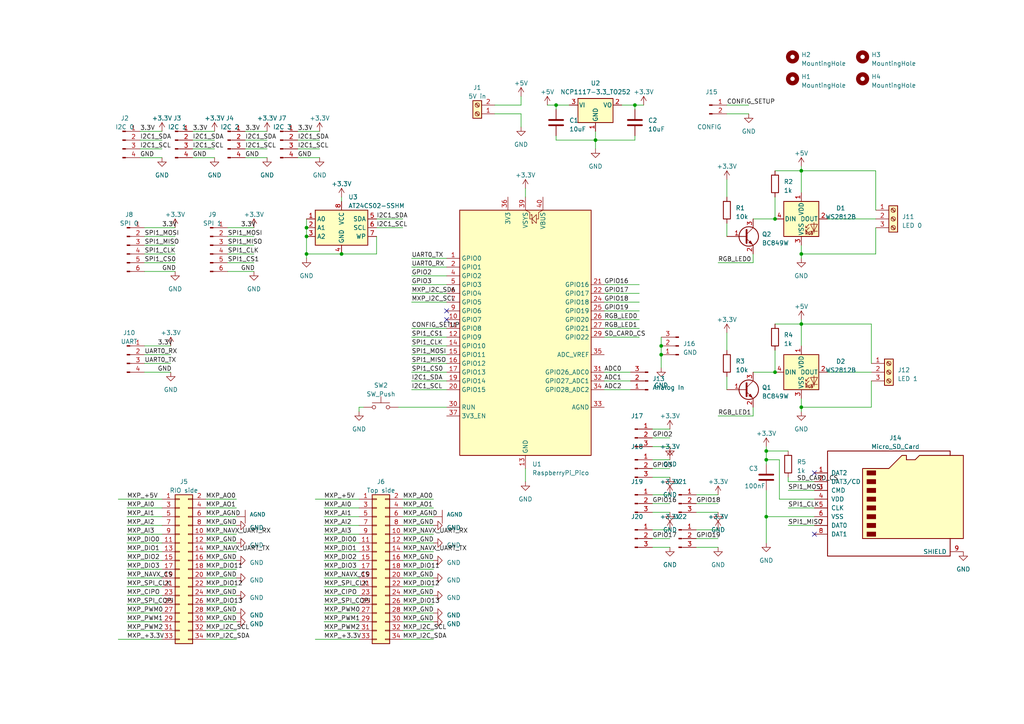
<source format=kicad_sch>
(kicad_sch (version 20230121) (generator eeschema)
  (paper "A4")
  (title_block (title "Team 5690 Peripheral Expansion Board") (date "2023-04-25") (rev "1.0") (comment 1 "Designed by Evan Rust"))
  (junction (at 88.9 73.66))
  (junction (at 191.77 100.33))
  (junction (at 222.25 149.86))
  (junction (at 184.15 30.48))
  (junction (at 232.41 73.66))
  (junction (at 224.79 107.95))
  (junction (at 232.41 118.11))
  (junction (at 222.25 130.81))
  (junction (at 161.29 30.48))
  (junction (at 232.41 49.53))
  (junction (at 99.06 73.66))
  (junction (at 88.9 66.04))
  (junction (at 222.25 133.35))
  (junction (at 232.41 93.98))
  (junction (at 88.9 68.58))
  (junction (at 191.77 102.87))
  (junction (at 224.79 63.5))
  (junction (at 172.72 40.64))
  (no_connect (at 236.22 154.94))
  (no_connect (at 236.22 137.16))
  (no_connect (at 129.54 92.71))
  (no_connect (at 129.54 90.17))
  (wire (pts (xy 210.82 96.52) (xy 210.82 101.6)))
  (wire (pts (xy 189.23 129.54) (xy 194.31 129.54)))
  (wire (pts (xy 189.23 158.75) (xy 194.31 158.75)))
  (wire (pts (xy 222.25 133.35) (xy 226.06 133.35)))
  (wire (pts (xy 71.12 38.1) (xy 77.47 38.1)))
  (wire (pts (xy 252.73 93.98) (xy 232.41 93.98)))
  (wire (pts (xy 59.69 152.4) (xy 68.58 152.4)))
  (wire (pts (xy 116.84 147.32) (xy 125.73 147.32)))
  (wire (pts (xy 109.22 68.58) (xy 109.22 73.66)))
  (wire (pts (xy 36.83 152.4) (xy 46.99 152.4)))
  (wire (pts (xy 66.04 68.58) (xy 73.66 68.58)))
  (wire (pts (xy 59.69 144.78) (xy 68.58 144.78)))
  (wire (pts (xy 99.06 57.15) (xy 99.06 58.42)))
  (wire (pts (xy 116.84 182.88) (xy 125.73 182.88)))
  (wire (pts (xy 175.26 90.17) (xy 185.42 90.17)))
  (wire (pts (xy 66.04 73.66) (xy 73.66 73.66)))
  (wire (pts (xy 116.84 167.64) (xy 125.73 167.64)))
  (wire (pts (xy 93.98 157.48) (xy 104.14 157.48)))
  (wire (pts (xy 59.69 170.18) (xy 68.58 170.18)))
  (wire (pts (xy 99.06 73.66) (xy 88.9 73.66)))
  (wire (pts (xy 88.9 66.04) (xy 88.9 68.58)))
  (wire (pts (xy 119.38 102.87) (xy 129.54 102.87)))
  (wire (pts (xy 36.83 170.18) (xy 46.99 170.18)))
  (wire (pts (xy 232.41 73.66) (xy 232.41 74.93)))
  (wire (pts (xy 66.04 78.74) (xy 73.66 78.74)))
  (wire (pts (xy 210.82 64.77) (xy 210.82 68.58)))
  (wire (pts (xy 151.13 27.94) (xy 151.13 30.48)))
  (wire (pts (xy 208.28 76.2) (xy 218.44 76.2)))
  (wire (pts (xy 201.93 143.51) (xy 208.28 143.51)))
  (wire (pts (xy 93.98 147.32) (xy 104.14 147.32)))
  (wire (pts (xy 222.25 149.86) (xy 222.25 157.48)))
  (wire (pts (xy 152.4 54.61) (xy 152.4 57.15)))
  (wire (pts (xy 71.12 45.72) (xy 77.47 45.72)))
  (wire (pts (xy 36.83 180.34) (xy 46.99 180.34)))
  (wire (pts (xy 175.26 87.63) (xy 185.42 87.63)))
  (wire (pts (xy 59.69 165.1) (xy 68.58 165.1)))
  (wire (pts (xy 115.57 118.11) (xy 129.54 118.11)))
  (wire (pts (xy 36.83 162.56) (xy 46.99 162.56)))
  (wire (pts (xy 116.84 172.72) (xy 125.73 172.72)))
  (wire (pts (xy 224.79 57.15) (xy 224.79 63.5)))
  (wire (pts (xy 86.36 45.72) (xy 92.71 45.72)))
  (wire (pts (xy 59.69 175.26) (xy 68.58 175.26)))
  (wire (pts (xy 184.15 39.37) (xy 184.15 40.64)))
  (wire (pts (xy 226.06 133.35) (xy 226.06 144.78)))
  (wire (pts (xy 201.93 153.67) (xy 208.28 153.67)))
  (wire (pts (xy 222.25 130.81) (xy 228.6 130.81)))
  (wire (pts (xy 104.14 118.11) (xy 105.41 118.11)))
  (wire (pts (xy 252.73 105.41) (xy 252.73 93.98)))
  (wire (pts (xy 191.77 100.33) (xy 191.77 102.87)))
  (wire (pts (xy 59.69 162.56) (xy 68.58 162.56)))
  (wire (pts (xy 55.88 45.72) (xy 62.23 45.72)))
  (wire (pts (xy 175.26 97.79) (xy 185.42 97.79)))
  (wire (pts (xy 116.84 152.4) (xy 125.73 152.4)))
  (wire (pts (xy 175.26 110.49) (xy 182.88 110.49)))
  (wire (pts (xy 116.84 157.48) (xy 125.73 157.48)))
  (wire (pts (xy 151.13 30.48) (xy 143.51 30.48)))
  (wire (pts (xy 119.38 87.63) (xy 129.54 87.63)))
  (wire (pts (xy 36.83 172.72) (xy 46.99 172.72)))
  (wire (pts (xy 161.29 39.37) (xy 161.29 40.64)))
  (wire (pts (xy 86.36 38.1) (xy 92.71 38.1)))
  (wire (pts (xy 93.98 170.18) (xy 104.14 170.18)))
  (wire (pts (xy 88.9 68.58) (xy 88.9 73.66)))
  (wire (pts (xy 189.23 146.05) (xy 194.31 146.05)))
  (wire (pts (xy 91.44 185.42) (xy 104.14 185.42)))
  (wire (pts (xy 210.82 33.02) (xy 217.17 33.02)))
  (wire (pts (xy 40.64 43.18) (xy 46.99 43.18)))
  (wire (pts (xy 36.83 177.8) (xy 46.99 177.8)))
  (wire (pts (xy 189.23 124.46) (xy 194.31 124.46)))
  (wire (pts (xy 93.98 172.72) (xy 104.14 172.72)))
  (wire (pts (xy 116.84 160.02) (xy 125.73 160.02)))
  (wire (pts (xy 36.83 149.86) (xy 46.99 149.86)))
  (wire (pts (xy 59.69 185.42) (xy 68.58 185.42)))
  (wire (pts (xy 232.41 73.66) (xy 254 73.66)))
  (wire (pts (xy 116.84 177.8) (xy 125.73 177.8)))
  (wire (pts (xy 189.23 153.67) (xy 194.31 153.67)))
  (wire (pts (xy 201.93 156.21) (xy 208.28 156.21)))
  (wire (pts (xy 99.06 73.66) (xy 109.22 73.66)))
  (wire (pts (xy 232.41 118.11) (xy 232.41 119.38)))
  (wire (pts (xy 222.25 129.54) (xy 222.25 130.81)))
  (wire (pts (xy 41.91 68.58) (xy 50.8 68.58)))
  (wire (pts (xy 93.98 162.56) (xy 104.14 162.56)))
  (wire (pts (xy 254 60.96) (xy 254 49.53)))
  (wire (pts (xy 119.38 80.01) (xy 129.54 80.01)))
  (wire (pts (xy 34.29 185.42) (xy 46.99 185.42)))
  (wire (pts (xy 59.69 182.88) (xy 68.58 182.88)))
  (wire (pts (xy 41.91 102.87) (xy 49.53 102.87)))
  (wire (pts (xy 254 66.04) (xy 254 73.66)))
  (wire (pts (xy 36.83 167.64) (xy 46.99 167.64)))
  (wire (pts (xy 218.44 107.95) (xy 224.79 107.95)))
  (wire (pts (xy 161.29 40.64) (xy 172.72 40.64)))
  (wire (pts (xy 93.98 152.4) (xy 104.14 152.4)))
  (wire (pts (xy 88.9 73.66) (xy 88.9 74.93)))
  (wire (pts (xy 116.84 144.78) (xy 125.73 144.78)))
  (wire (pts (xy 59.69 149.86) (xy 68.58 149.86)))
  (wire (pts (xy 104.14 119.38) (xy 104.14 118.11)))
  (wire (pts (xy 116.84 165.1) (xy 125.73 165.1)))
  (wire (pts (xy 93.98 154.94) (xy 104.14 154.94)))
  (wire (pts (xy 40.64 45.72) (xy 46.99 45.72)))
  (wire (pts (xy 189.23 127) (xy 194.31 127)))
  (wire (pts (xy 228.6 142.24) (xy 236.22 142.24)))
  (wire (pts (xy 228.6 139.7) (xy 236.22 139.7)))
  (wire (pts (xy 184.15 30.48) (xy 184.15 31.75)))
  (wire (pts (xy 116.84 180.34) (xy 125.73 180.34)))
  (wire (pts (xy 41.91 78.74) (xy 50.8 78.74)))
  (wire (pts (xy 232.41 48.26) (xy 232.41 49.53)))
  (wire (pts (xy 201.93 148.59) (xy 208.28 148.59)))
  (wire (pts (xy 93.98 167.64) (xy 104.14 167.64)))
  (wire (pts (xy 175.26 95.25) (xy 185.42 95.25)))
  (wire (pts (xy 55.88 43.18) (xy 62.23 43.18)))
  (wire (pts (xy 224.79 101.6) (xy 224.79 107.95)))
  (wire (pts (xy 161.29 31.75) (xy 161.29 30.48)))
  (wire (pts (xy 222.25 133.35) (xy 222.25 134.62)))
  (wire (pts (xy 66.04 66.04) (xy 73.66 66.04)))
  (wire (pts (xy 41.91 105.41) (xy 49.53 105.41)))
  (wire (pts (xy 119.38 77.47) (xy 129.54 77.47)))
  (wire (pts (xy 36.83 154.94) (xy 46.99 154.94)))
  (wire (pts (xy 201.93 158.75) (xy 208.28 158.75)))
  (wire (pts (xy 116.84 175.26) (xy 125.73 175.26)))
  (wire (pts (xy 151.13 36.83) (xy 151.13 33.02)))
  (wire (pts (xy 59.69 177.8) (xy 68.58 177.8)))
  (wire (pts (xy 119.38 82.55) (xy 129.54 82.55)))
  (wire (pts (xy 86.36 43.18) (xy 92.71 43.18)))
  (wire (pts (xy 119.38 107.95) (xy 129.54 107.95)))
  (wire (pts (xy 226.06 144.78) (xy 236.22 144.78)))
  (wire (pts (xy 208.28 120.65) (xy 218.44 120.65)))
  (wire (pts (xy 36.83 175.26) (xy 46.99 175.26)))
  (wire (pts (xy 232.41 118.11) (xy 252.73 118.11)))
  (wire (pts (xy 172.72 38.1) (xy 172.72 40.64)))
  (wire (pts (xy 36.83 147.32) (xy 46.99 147.32)))
  (wire (pts (xy 34.29 144.78) (xy 46.99 144.78)))
  (wire (pts (xy 116.84 170.18) (xy 125.73 170.18)))
  (wire (pts (xy 66.04 71.12) (xy 73.66 71.12)))
  (wire (pts (xy 59.69 157.48) (xy 68.58 157.48)))
  (wire (pts (xy 175.26 82.55) (xy 185.42 82.55)))
  (wire (pts (xy 180.34 30.48) (xy 184.15 30.48)))
  (wire (pts (xy 59.69 154.94) (xy 68.58 154.94)))
  (wire (pts (xy 40.64 40.64) (xy 46.99 40.64)))
  (wire (pts (xy 218.44 63.5) (xy 224.79 63.5)))
  (wire (pts (xy 172.72 40.64) (xy 172.72 43.18)))
  (wire (pts (xy 59.69 180.34) (xy 68.58 180.34)))
  (wire (pts (xy 189.23 138.43) (xy 194.31 138.43)))
  (wire (pts (xy 175.26 85.09) (xy 185.42 85.09)))
  (wire (pts (xy 119.38 110.49) (xy 129.54 110.49)))
  (wire (pts (xy 175.26 92.71) (xy 185.42 92.71)))
  (wire (pts (xy 93.98 149.86) (xy 104.14 149.86)))
  (wire (pts (xy 119.38 113.03) (xy 129.54 113.03)))
  (wire (pts (xy 71.12 43.18) (xy 77.47 43.18)))
  (wire (pts (xy 40.64 38.1) (xy 46.99 38.1)))
  (wire (pts (xy 152.4 135.89) (xy 152.4 139.7)))
  (wire (pts (xy 189.23 148.59) (xy 194.31 148.59)))
  (wire (pts (xy 189.23 135.89) (xy 194.31 135.89)))
  (wire (pts (xy 222.25 130.81) (xy 222.25 133.35)))
  (wire (pts (xy 88.9 63.5) (xy 88.9 66.04)))
  (wire (pts (xy 91.44 144.78) (xy 104.14 144.78)))
  (wire (pts (xy 228.6 147.32) (xy 236.22 147.32)))
  (wire (pts (xy 228.6 152.4) (xy 236.22 152.4)))
  (wire (pts (xy 218.44 118.11) (xy 218.44 120.65)))
  (wire (pts (xy 252.73 118.11) (xy 252.73 110.49)))
  (wire (pts (xy 222.25 149.86) (xy 236.22 149.86)))
  (wire (pts (xy 254 49.53) (xy 232.41 49.53)))
  (wire (pts (xy 86.36 40.64) (xy 92.71 40.64)))
  (wire (pts (xy 191.77 97.79) (xy 191.77 100.33)))
  (wire (pts (xy 119.38 97.79) (xy 129.54 97.79)))
  (wire (pts (xy 116.84 149.86) (xy 125.73 149.86)))
  (wire (pts (xy 189.23 156.21) (xy 194.31 156.21)))
  (wire (pts (xy 36.83 182.88) (xy 46.99 182.88)))
  (wire (pts (xy 116.84 185.42) (xy 125.73 185.42)))
  (wire (pts (xy 161.29 30.48) (xy 165.1 30.48)))
  (wire (pts (xy 116.84 162.56) (xy 125.73 162.56)))
  (wire (pts (xy 119.38 74.93) (xy 129.54 74.93)))
  (wire (pts (xy 172.72 40.64) (xy 184.15 40.64)))
  (wire (pts (xy 184.15 30.48) (xy 186.69 30.48)))
  (wire (pts (xy 71.12 40.64) (xy 77.47 40.64)))
  (wire (pts (xy 158.75 30.48) (xy 161.29 30.48)))
  (wire (pts (xy 93.98 165.1) (xy 104.14 165.1)))
  (wire (pts (xy 93.98 160.02) (xy 104.14 160.02)))
  (wire (pts (xy 41.91 71.12) (xy 50.8 71.12)))
  (wire (pts (xy 232.41 93.98) (xy 232.41 100.33)))
  (wire (pts (xy 210.82 52.07) (xy 210.82 57.15)))
  (wire (pts (xy 222.25 142.24) (xy 222.25 149.86)))
  (wire (pts (xy 189.23 143.51) (xy 194.31 143.51)))
  (wire (pts (xy 232.41 92.71) (xy 232.41 93.98)))
  (wire (pts (xy 210.82 109.22) (xy 210.82 113.03)))
  (wire (pts (xy 240.03 107.95) (xy 252.73 107.95)))
  (wire (pts (xy 59.69 160.02) (xy 68.58 160.02)))
  (wire (pts (xy 55.88 38.1) (xy 62.23 38.1)))
  (wire (pts (xy 119.38 95.25) (xy 129.54 95.25)))
  (wire (pts (xy 232.41 115.57) (xy 232.41 118.11)))
  (wire (pts (xy 93.98 177.8) (xy 104.14 177.8)))
  (wire (pts (xy 175.26 113.03) (xy 182.88 113.03)))
  (wire (pts (xy 41.91 107.95) (xy 49.53 107.95)))
  (wire (pts (xy 36.83 160.02) (xy 46.99 160.02)))
  (wire (pts (xy 240.03 63.5) (xy 254 63.5)))
  (wire (pts (xy 41.91 73.66) (xy 50.8 73.66)))
  (wire (pts (xy 59.69 172.72) (xy 68.58 172.72)))
  (wire (pts (xy 228.6 138.43) (xy 228.6 139.7)))
  (wire (pts (xy 175.26 107.95) (xy 182.88 107.95)))
  (wire (pts (xy 55.88 40.64) (xy 62.23 40.64)))
  (wire (pts (xy 41.91 76.2) (xy 50.8 76.2)))
  (wire (pts (xy 109.22 63.5) (xy 116.84 63.5)))
  (wire (pts (xy 119.38 85.09) (xy 129.54 85.09)))
  (wire (pts (xy 109.22 66.04) (xy 116.84 66.04)))
  (wire (pts (xy 66.04 76.2) (xy 73.66 76.2)))
  (wire (pts (xy 59.69 147.32) (xy 68.58 147.32)))
  (wire (pts (xy 119.38 105.41) (xy 129.54 105.41)))
  (wire (pts (xy 116.84 154.94) (xy 125.73 154.94)))
  (wire (pts (xy 224.79 49.53) (xy 232.41 49.53)))
  (wire (pts (xy 232.41 71.12) (xy 232.41 73.66)))
  (wire (pts (xy 36.83 157.48) (xy 46.99 157.48)))
  (wire (pts (xy 41.91 100.33) (xy 49.53 100.33)))
  (wire (pts (xy 36.83 165.1) (xy 46.99 165.1)))
  (wire (pts (xy 151.13 33.02) (xy 143.51 33.02)))
  (wire (pts (xy 93.98 180.34) (xy 104.14 180.34)))
  (wire (pts (xy 232.41 49.53) (xy 232.41 55.88)))
  (wire (pts (xy 189.23 133.35) (xy 194.31 133.35)))
  (wire (pts (xy 93.98 182.88) (xy 104.14 182.88)))
  (wire (pts (xy 210.82 30.48) (xy 217.17 30.48)))
  (wire (pts (xy 224.79 93.98) (xy 232.41 93.98)))
  (wire (pts (xy 191.77 102.87) (xy 191.77 106.68)))
  (wire (pts (xy 218.44 73.66) (xy 218.44 76.2)))
  (wire (pts (xy 41.91 66.04) (xy 50.8 66.04)))
  (wire (pts (xy 93.98 175.26) (xy 104.14 175.26)))
  (wire (pts (xy 201.93 146.05) (xy 208.28 146.05)))
  (wire (pts (xy 119.38 100.33) (xy 129.54 100.33)))
  (wire (pts (xy 59.69 167.64) (xy 68.58 167.64)))
  (label "MXP_AI3" (at 93.98 154.94 0))
  (label "MXP_I2C_SCL" (at 59.69 182.88 0))
  (label "SPI1_CS0" (at 41.91 76.2 0))
  (label "MXP_SPI_CLK" (at 36.83 170.18 0))
  (label "UART0_RX" (at 41.91 102.87 0))
  (label "I2C1_SDA" (at 119.38 110.49 0))
  (label "MXP_AI2" (at 93.98 152.4 0))
  (label "MXP_GND" (at 59.69 152.4 0))
  (label "MXP_DIO1" (at 93.98 160.02 0))
  (label "GPIO18" (at 175.26 87.63 0))
  (label "GPIO16" (at 175.26 82.55 0))
  (label "SPI1_MOSI" (at 41.91 68.58 0))
  (label "MXP_GND" (at 116.84 172.72 0))
  (label "MXP_DIO13" (at 116.84 175.26 0))
  (label "I2C1_SCL" (at 119.38 113.03 0))
  (label "GPIO17" (at 175.26 85.09 0))
  (label "MXP_DIO3" (at 93.98 165.1 0))
  (label "MXP_GND" (at 59.69 172.72 0))
  (label "MXP_GND" (at 59.69 177.8 0))
  (label "SPI1_MOSI" (at 119.38 102.87 0))
  (label "CONFIG_SETUP" (at 119.38 95.25 0))
  (label "MXP_AI2" (at 36.83 152.4 0))
  (label "SPI1_CLK" (at 119.38 100.33 0))
  (label "MXP_GND" (at 116.84 167.64 0))
  (label "MXP_GND" (at 116.84 180.34 0))
  (label "MXP_+5V" (at 36.83 144.78 0))
  (label "MXP_DIO1" (at 36.83 160.02 0))
  (label "MXP_I2C_SCL" (at 119.38 87.63 0))
  (label "GND" (at 46.99 78.74 0))
  (label "SD_CARD_CS" (at 231.14 139.7 0))
  (label "MXP_AI1" (at 93.98 149.86 0))
  (label "MXP_DIO0" (at 36.83 157.48 0))
  (label "MXP_PWM0" (at 36.83 177.8 0))
  (label "MXP_AGND" (at 116.84 149.86 0))
  (label "GPIO17" (at 189.23 156.21 0))
  (label "MXP_GND" (at 59.69 180.34 0))
  (label "RGB_LED0" (at 208.28 76.2 0))
  (label "MXP_DIO12" (at 59.69 170.18 0))
  (label "3.3V" (at 86.36 38.1 0))
  (label "I2C1_SDA" (at 71.12 40.64 0))
  (label "SPI1_CLK" (at 228.6 147.32 0))
  (label "MXP_GND" (at 59.69 162.56 0))
  (label "3.3V" (at 69.85 66.04 0))
  (label "MXP_GND" (at 116.84 162.56 0))
  (label "GND" (at 40.64 45.72 0))
  (label "SPI1_MOSI" (at 66.04 68.58 0))
  (label "I2C1_SCL" (at 71.12 43.18 0))
  (label "GPIO16" (at 189.23 146.05 0))
  (label "SD_CARD_CS" (at 175.26 97.79 0))
  (label "SPI1_MISO" (at 228.6 152.4 0))
  (label "MXP_CIPO" (at 93.98 172.72 0))
  (label "MXP_NAVX_CS" (at 93.98 167.64 0))
  (label "MXP_GND" (at 116.84 152.4 0))
  (label "SPI1_CS1" (at 66.04 76.2 0))
  (label "MXP_PWM2" (at 93.98 182.88 0))
  (label "GPIO2" (at 119.38 80.01 0))
  (label "MXP_+3.3V" (at 93.98 185.42 0))
  (label "MXP_DIO2" (at 93.98 162.56 0))
  (label "MXP_PWM1" (at 36.83 180.34 0))
  (label "MXP_SPI_CLK" (at 93.98 170.18 0))
  (label "SPI1_MISO" (at 66.04 71.12 0))
  (label "SPI1_CS0" (at 119.38 107.95 0))
  (label "3.3V" (at 46.99 66.04 0))
  (label "GND" (at 69.85 78.74 0))
  (label "MXP_CIPO" (at 36.83 172.72 0))
  (label "GPIO3" (at 119.38 82.55 0))
  (label "MXP_AO1" (at 116.84 147.32 0))
  (label "MXP_NAVX_UART_TX" (at 116.84 160.02 0))
  (label "GND" (at 45.72 107.95 0))
  (label "GND" (at 71.12 45.72 0))
  (label "I2C1_SCL" (at 86.36 43.18 0))
  (label "MXP_GND" (at 116.84 177.8 0))
  (label "ADC1" (at 175.26 110.49 0))
  (label "RGB_LED0" (at 175.26 92.71 0))
  (label "MXP_I2C_SCL" (at 116.84 182.88 0))
  (label "MXP_I2C_SDA" (at 119.38 85.09 0))
  (label "I2C1_SDA" (at 109.22 63.5 0))
  (label "SPI1_MISO" (at 41.91 71.12 0))
  (label "MXP_I2C_SDA" (at 59.69 185.42 0))
  (label "UART0_TX" (at 41.91 105.41 0))
  (label "MXP_SPI_COPI" (at 93.98 175.26 0))
  (label "MXP_GND" (at 59.69 167.64 0))
  (label "MXP_DIO13" (at 59.69 175.26 0))
  (label "SPI1_MISO" (at 119.38 105.41 0))
  (label "GPIO2" (at 189.23 127 0))
  (label "I2C1_SCL" (at 55.88 43.18 0))
  (label "MXP_NAVX_UART_TX" (at 59.69 160.02 0))
  (label "3.3V" (at 45.72 100.33 0))
  (label "MXP_AO0" (at 116.84 144.78 0))
  (label "MXP_SPI_COPI" (at 36.83 175.26 0))
  (label "MXP_+5V" (at 93.98 144.78 0))
  (label "3.3V" (at 40.64 38.1 0))
  (label "MXP_AO0" (at 59.69 144.78 0))
  (label "UART0_RX" (at 119.38 77.47 0))
  (label "SPI1_MOSI" (at 228.6 142.24 0))
  (label "SPI1_CS1" (at 119.38 97.79 0))
  (label "MXP_AI0" (at 93.98 147.32 0))
  (label "GPIO19" (at 201.93 156.21 0))
  (label "I2C1_SDA" (at 86.36 40.64 0))
  (label "MXP_GND" (at 116.84 157.48 0))
  (label "MXP_DIO11" (at 59.69 165.1 0))
  (label "I2C1_SDA" (at 55.88 40.64 0))
  (label "MXP_DIO2" (at 36.83 162.56 0))
  (label "SPI1_CLK" (at 66.04 73.66 0))
  (label "MXP_PWM1" (at 93.98 180.34 0))
  (label "MXP_DIO12" (at 116.84 170.18 0))
  (label "MXP_AI3" (at 36.83 154.94 0))
  (label "MXP_AI0" (at 36.83 147.32 0))
  (label "GPIO19" (at 175.26 90.17 0))
  (label "MXP_NAVX_CS" (at 36.83 167.64 0))
  (label "GPIO18" (at 201.93 146.05 0))
  (label "MXP_NAVX_UART_RX" (at 116.84 154.94 0))
  (label "CONFIG_SETUP" (at 210.82 30.48 0))
  (label "SPI1_CLK" (at 41.91 73.66 0))
  (label "ADC2" (at 175.26 113.03 0))
  (label "MXP_DIO11" (at 116.84 165.1 0))
  (label "MXP_AI1" (at 36.83 149.86 0))
  (label "MXP_I2C_SDA" (at 116.84 185.42 0))
  (label "MXP_+3.3V" (at 36.83 185.42 0))
  (label "ADC0" (at 175.26 107.95 0))
  (label "I2C1_SDA" (at 40.64 40.64 0))
  (label "MXP_GND" (at 59.69 157.48 0))
  (label "RGB_LED1" (at 208.28 120.65 0))
  (label "MXP_DIO0" (at 93.98 157.48 0))
  (label "MXP_PWM0" (at 93.98 177.8 0))
  (label "MXP_NAVX_UART_RX" (at 59.69 154.94 0))
  (label "RGB_LED1" (at 175.26 95.25 0))
  (label "I2C1_SCL" (at 109.22 66.04 0))
  (label "GPIO3" (at 189.23 135.89 0))
  (label "MXP_DIO3" (at 36.83 165.1 0))
  (label "GND" (at 86.36 45.72 0))
  (label "UART0_TX" (at 119.38 74.93 0))
  (label "MXP_PWM2" (at 36.83 182.88 0))
  (label "3.3V" (at 55.88 38.1 0))
  (label "MXP_AO1" (at 59.69 147.32 0))
  (label "I2C1_SCL" (at 40.64 43.18 0))
  (label "3.3V" (at 71.12 38.1 0))
  (label "MXP_AGND" (at 59.69 149.86 0))
  (label "GND" (at 55.88 45.72 0))
  (symbol (lib_id "power:+3.3V") (at 62.23 38.1 0) (unit 1)
    (property "Reference" "#PWR025" (effects hide))
    (property "Value" "+3.3V" (at 62.23 34.29 0))
  )
  (symbol (lib_id "Connector:Conn_01x04_Pin") (at 50.8 40.64 0) (unit 1)
    (property "Reference" "J3" (at 51.435 34.29 0))
    (property "Value" "I2C 1" (at 51.435 36.83 0))
    (property "Footprint" "Connector_PinHeader_2.54mm:PinHeader_1x04_P2.54mm_Vertical" (effects hide))
  )
  (symbol (lib_id "power:+3.3V") (at 46.99 38.1 0) (unit 1)
    (property "Reference" "#PWR024" (effects hide))
    (property "Value" "+3.3V" (at 46.99 34.29 0))
  )
  (symbol (lib_id "Mechanical:MountingHole") (at 229.87 22.86 0) (unit 1)
    (property "Reference" "H1" (at 232.41 22.225 0) (effects (justify left)))
    (property "Value" "MountingHole" (at 232.41 24.765 0) (effects (justify left)))
    (property "Footprint" "MountingHole:MountingHole_3.2mm_M3_DIN965_Pad" (effects hide))
  )
  (symbol (lib_id "Connector:Conn_01x04_Pin") (at 36.83 102.87 0) (unit 1)
    (property "Reference" "J10" (at 37.465 96.52 0))
    (property "Value" "UART" (at 37.465 99.06 0))
    (property "Footprint" "Connector_PinHeader_2.54mm:PinHeader_1x04_P2.54mm_Vertical" (effects hide))
  )
  (symbol (lib_id "power:GND") (at 125.73 177.8 90) (unit 1)
    (property "Reference" "#PWR017" (effects hide))
    (property "Value" "GND" (at 129.54 178.435 90) (effects (justify right)))
  )
  (symbol (lib_id "power:+3.3V") (at 208.28 143.51 0) (unit 1)
    (property "Reference" "#PWR055" (effects hide))
    (property "Value" "+3.3V" (at 208.28 139.7 0))
  )
  (symbol (lib_id "Connector:Screw_Terminal_01x03") (at 257.81 107.95 0) (unit 1)
    (property "Reference" "J12" (at 260.35 107.315 0) (effects (justify left)))
    (property "Value" "LED 1" (at 260.35 109.855 0) (effects (justify left)))
    (property "Footprint" "TerminalBlock:TerminalBlock_Altech_AK300-3_P5.00mm" (effects hide))
  )
  (symbol (lib_id "power:+3.3V") (at 194.31 133.35 0) (unit 1)
    (property "Reference" "#PWR053" (effects hide))
    (property "Value" "+3.3V" (at 194.31 129.54 0))
  )
  (symbol (lib_id "power:GND") (at 208.28 148.59 0) (unit 1)
    (property "Reference" "#PWR049" (effects hide))
    (property "Value" "GND" (at 208.28 153.67 0))
  )
  (symbol (lib_id "power:GND") (at 46.99 45.72 0) (unit 1)
    (property "Reference" "#PWR030" (effects hide))
    (property "Value" "GND" (at 46.99 50.8 0))
  )
  (symbol (lib_id "Connector:Conn_01x02_Pin") (at 205.74 30.48 0) (unit 1)
    (property "Reference" "J15" (at 206.375 26.67 0))
    (property "Value" "CONFIG" (at 205.74 36.83 0))
    (property "Footprint" "Connector_PinHeader_2.54mm:PinHeader_1x02_P2.54mm_Vertical" (effects hide))
  )
  (symbol (lib_id "Connector:Conn_01x03_Pin") (at 196.85 146.05 0) (unit 1)
    (property "Reference" "J21" (at 197.485 139.7 0))
    (property "Value" "Conn_01x03_Pin" (effects hide))
    (property "Footprint" "Connector_PinHeader_2.54mm:PinHeader_1x03_P2.54mm_Vertical" (effects hide))
  )
  (symbol (lib_id "power:+3.3V") (at 73.66 66.04 0) (unit 1)
    (property "Reference" "#PWR020" (effects hide))
    (property "Value" "+3.3V" (at 73.66 62.23 0))
  )
  (symbol (lib_id "Connector:Conn_01x04_Pin") (at 35.56 40.64 0) (unit 1)
    (property "Reference" "J2" (at 36.195 34.29 0))
    (property "Value" "I2C 0" (at 36.195 36.83 0))
    (property "Footprint" "Connector_PinHeader_2.54mm:PinHeader_1x04_P2.54mm_Vertical" (effects hide))
  )
  (symbol (lib_id "Device:R") (at 210.82 105.41 0) (unit 1)
    (property "Reference" "R3" (at 213.36 104.775 0) (effects (justify left)))
    (property "Value" "10k" (at 213.36 107.315 0) (effects (justify left)))
    (property "Footprint" "Resistor_SMD:R_0603_1608Metric" (effects hide))
  )
  (symbol (lib_id "power:+5V") (at 158.75 30.48 0) (unit 1)
    (property "Reference" "#PWR044" (effects hide))
    (property "Value" "+5V" (at 158.75 26.67 0))
  )
  (symbol (lib_id "Switch:SW_Push") (at 110.49 118.11 0) (unit 1)
    (property "Reference" "SW2" (at 110.49 111.76 0))
    (property "Value" "SW_Push" (at 110.49 114.3 0))
    (property "Footprint" "Button_Switch_THT:SW_PUSH_6mm" (effects hide))
  )
  (symbol (lib_id "power:GND") (at 68.58 177.8 90) (unit 1)
    (property "Reference" "#PWR04" (effects hide))
    (property "Value" "GND" (at 72.39 178.435 90) (effects (justify right)))
  )
  (symbol (lib_id "power:GND") (at 68.58 172.72 90) (unit 1)
    (property "Reference" "#PWR05" (effects hide))
    (property "Value" "GND" (at 72.39 173.355 90) (effects (justify right)))
  )
  (symbol (lib_id "power:GND") (at 191.77 106.68 0) (unit 1)
    (property "Reference" "#PWR061" (effects hide))
    (property "Value" "GND" (at 191.77 111.76 0))
  )
  (symbol (lib_id "power:GND") (at 68.58 167.64 90) (unit 1)
    (property "Reference" "#PWR06" (effects hide))
    (property "Value" "GND" (at 72.39 168.275 90) (effects (justify right)))
  )
  (symbol (lib_id "power:GND") (at 49.53 107.95 0) (unit 1)
    (property "Reference" "#PWR032" (effects hide))
    (property "Value" "GND" (at 49.53 113.03 0))
  )
  (symbol (lib_id "power:GND") (at 68.58 152.4 90) (unit 1)
    (property "Reference" "#PWR09" (effects hide))
    (property "Value" "GND" (at 72.39 153.035 90) (effects (justify right)))
  )
  (symbol (lib_id "Connector:Conn_01x06_Pin") (at 36.83 71.12 0) (unit 1)
    (property "Reference" "J8" (at 37.465 62.23 0))
    (property "Value" "SPI 0" (at 37.465 64.77 0))
    (property "Footprint" "Connector_PinHeader_2.54mm:PinHeader_1x06_P2.54mm_Vertical" (effects hide))
  )
  (symbol (lib_id "Device:C") (at 161.29 35.56 0) (unit 1)
    (property "Reference" "C1" (at 165.1 34.925 0) (effects (justify left)))
    (property "Value" "10uF" (at 165.1 37.465 0) (effects (justify left)))
    (property "Footprint" "Capacitor_SMD:C_0603_1608Metric" (effects hide))
  )
  (symbol (lib_id "power:GND") (at 222.25 157.48 0) (unit 1)
    (property "Reference" "#PWR02" (effects hide))
    (property "Value" "GND" (at 222.25 162.56 0))
  )
  (symbol (lib_id "MCU_Module_RaspberryPi_Pico:RaspberryPi_Pico") (at 152.4 97.79 0) (unit 1)
    (property "Reference" "U1" (at 154.3559 134.62 0) (effects (justify left)))
    (property "Value" "RaspberryPi_Pico" (at 154.3559 137.16 0) (effects (justify left)))
    (property "Footprint" "Module_RaspberryPi_Pico:RaspberryPi_Pico_Common" (effects hide))
    (property "Datasheet" "https://datasheets.raspberrypi.com/pico/pico-datasheet.pdf" (effects hide))
  )
  (symbol (lib_id "Device:R") (at 224.79 97.79 0) (unit 1)
    (property "Reference" "R4" (at 227.33 97.155 0) (effects (justify left)))
    (property "Value" "1k" (at 227.33 99.695 0) (effects (justify left)))
    (property "Footprint" "Resistor_SMD:R_0603_1608Metric" (effects hide))
  )
  (symbol (lib_id "LED:WS2812B") (at 232.41 63.5 0) (unit 1)
    (property "Reference" "D1" (at 243.84 60.3759 0))
    (property "Value" "WS2812B" (at 243.84 62.9159 0))
    (property "Footprint" "LED_SMD:LED_WS2812B_PLCC4_5.0x5.0mm_P3.2mm" (effects hide))
    (property "Datasheet" "https://cdn-shop.adafruit.com/datasheets/WS2812B.pdf" (effects hide))
  )
  (symbol (lib_id "Connector:Conn_01x03_Pin") (at 184.15 127 0) (unit 1)
    (property "Reference" "J17" (at 184.785 120.65 0))
    (property "Value" "Conn_01x03_Pin" (effects hide))
    (property "Footprint" "Connector_PinHeader_2.54mm:PinHeader_1x03_P2.54mm_Vertical" (effects hide))
  )
  (symbol (lib_id "power:GND") (at 125.73 157.48 90) (unit 1)
    (property "Reference" "#PWR013" (effects hide))
    (property "Value" "GND" (at 129.54 158.115 90) (effects (justify right)))
  )
  (symbol (lib_id "Connector:Conn_01x03_Pin") (at 187.96 110.49 180) (unit 1)
    (property "Reference" "J13" (at 189.23 109.855 0) (effects (justify right)))
    (property "Value" "Analog In" (at 189.23 112.395 0) (effects (justify right)))
    (property "Footprint" "Connector_PinHeader_2.54mm:PinHeader_1x03_P2.54mm_Vertical" (effects hide))
  )
  (symbol (lib_id "power:GND") (at 77.47 45.72 0) (unit 1)
    (property "Reference" "#PWR028" (effects hide))
    (property "Value" "GND" (at 77.47 50.8 0))
  )
  (symbol (lib_id "Connector:Conn_01x03_Pin") (at 184.15 156.21 0) (unit 1)
    (property "Reference" "J20" (at 184.785 149.86 0))
    (property "Value" "Conn_01x03_Pin" (effects hide))
    (property "Footprint" "Connector_PinHeader_2.54mm:PinHeader_1x03_P2.54mm_Vertical" (effects hide))
  )
  (symbol (lib_id "Connector:Conn_01x03_Pin") (at 196.85 100.33 180) (unit 1)
    (property "Reference" "J16" (at 198.12 99.695 0) (effects (justify right)))
    (property "Value" "GND" (at 198.12 102.235 0) (effects (justify right)))
    (property "Footprint" "Connector_PinHeader_2.54mm:PinHeader_1x03_P2.54mm_Vertical" (effects hide))
  )
  (symbol (lib_id "power:GND") (at 151.13 36.83 0) (unit 1)
    (property "Reference" "#PWR042" (effects hide))
    (property "Value" "GND" (at 151.13 41.91 0))
  )
  (symbol (lib_id "Connector:Conn_01x04_Pin") (at 66.04 40.64 0) (unit 1)
    (property "Reference" "J4" (at 66.675 34.29 0))
    (property "Value" "I2C 2" (at 66.675 36.83 0))
    (property "Footprint" "Connector_PinHeader_2.54mm:PinHeader_1x04_P2.54mm_Vertical" (effects hide))
  )
  (symbol (lib_id "power:GND") (at 194.31 148.59 0) (unit 1)
    (property "Reference" "#PWR048" (effects hide))
    (property "Value" "GND" (at 194.31 153.67 0))
  )
  (symbol (lib_id "Device:C") (at 222.25 138.43 0) (unit 1)
    (property "Reference" "C3" (at 217.17 135.89 0) (effects (justify left)))
    (property "Value" "100nF" (at 215.9 140.97 0) (effects (justify left)))
    (property "Footprint" "Capacitor_SMD:C_0603_1608Metric" (effects hide))
  )
  (symbol (lib_id "power:+3.3V") (at 210.82 96.52 0) (unit 1)
    (property "Reference" "#PWR037" (effects hide))
    (property "Value" "+3.3V" (at 210.82 92.71 0))
  )
  (symbol (lib_id "Connector_Generic:Conn_02x17_Odd_Even") (at 52.07 165.1 0) (unit 1)
    (property "Reference" "J5" (at 53.34 139.7 0))
    (property "Value" "RIO side" (at 53.34 142.24 0))
    (property "Footprint" "Connector_PinSocket_2.54mm:PinSocket_2x17_P2.54mm_Vertical" (effects hide))
  )
  (symbol (lib_id "Mechanical:MountingHole") (at 250.19 16.51 0) (unit 1)
    (property "Reference" "H3" (at 252.73 15.875 0) (effects (justify left)))
    (property "Value" "MountingHole" (at 252.73 18.415 0) (effects (justify left)))
    (property "Footprint" "MountingHole:MountingHole_3.2mm_M3_DIN965_Pad" (effects hide))
  )
  (symbol (lib_id "power:GND") (at 125.73 162.56 90) (unit 1)
    (property "Reference" "#PWR014" (effects hide))
    (property "Value" "GND" (at 129.54 163.195 90) (effects (justify right)))
  )
  (symbol (lib_id "power:+3.3V") (at 152.4 54.61 0) (unit 1)
    (property "Reference" "#PWR047" (effects hide))
    (property "Value" "+3.3V" (at 152.4 50.8 0))
  )
  (symbol (lib_id "power:GND") (at 62.23 45.72 0) (unit 1)
    (property "Reference" "#PWR029" (effects hide))
    (property "Value" "GND" (at 62.23 50.8 0))
  )
  (symbol (lib_id "power:+3.3V") (at 194.31 153.67 0) (unit 1)
    (property "Reference" "#PWR057" (effects hide))
    (property "Value" "+3.3V" (at 194.31 149.86 0))
  )
  (symbol (lib_id "power:+5V") (at 232.41 92.71 0) (unit 1)
    (property "Reference" "#PWR038" (effects hide))
    (property "Value" "+5V" (at 232.41 88.9 0))
  )
  (symbol (lib_id "power:GND") (at 68.58 180.34 90) (unit 1)
    (property "Reference" "#PWR03" (effects hide))
    (property "Value" "GND" (at 72.39 180.975 90) (effects (justify right)))
  )
  (symbol (lib_id "power:GND") (at 104.14 119.38 0) (unit 1)
    (property "Reference" "#PWR046" (effects hide))
    (property "Value" "GND" (at 104.14 124.46 0))
  )
  (symbol (lib_id "power:+3.3V") (at 210.82 52.07 0) (unit 1)
    (property "Reference" "#PWR036" (effects hide))
    (property "Value" "+3.3V" (at 210.82 48.26 0))
  )
  (symbol (lib_id "Connector:Conn_01x06_Pin") (at 60.96 71.12 0) (unit 1)
    (property "Reference" "J9" (at 61.595 62.23 0))
    (property "Value" "SPI 1" (at 61.595 64.77 0))
    (property "Footprint" "Connector_PinHeader_2.54mm:PinHeader_1x06_P2.54mm_Vertical" (effects hide))
  )
  (symbol (lib_id "Regulator_Linear:NCP1117-3.3_TO252") (at 172.72 30.48 0) (unit 1)
    (property "Reference" "U2" (at 172.72 24.13 0))
    (property "Value" "NCP1117-3.3_TO252" (at 172.72 26.67 0))
    (property "Footprint" "Package_TO_SOT_SMD:TO-252-2" (effects hide))
    (property "Datasheet" "http://www.onsemi.com/pub_link/Collateral/NCP1117-D.PDF" (effects hide))
  )
  (symbol (lib_id "power:GND") (at 125.73 180.34 90) (unit 1)
    (property "Reference" "#PWR018" (effects hide))
    (property "Value" "GND" (at 129.54 180.975 90) (effects (justify right)))
  )
  (symbol (lib_id "Connector_Generic:Conn_02x17_Odd_Even") (at 109.22 165.1 0) (unit 1)
    (property "Reference" "J6" (at 110.49 139.7 0))
    (property "Value" "Top side" (at 110.49 142.24 0))
    (property "Footprint" "Connector_PinHeader_2.54mm:PinHeader_2x17_P2.54mm_Vertical" (effects hide))
  )
  (symbol (lib_id "power:GND") (at 50.8 78.74 0) (unit 1)
    (property "Reference" "#PWR021" (effects hide))
    (property "Value" "GND" (at 50.8 83.82 0))
  )
  (symbol (lib_id "power:+3.3V") (at 92.71 38.1 0) (unit 1)
    (property "Reference" "#PWR027" (effects hide))
    (property "Value" "+3.3V" (at 92.71 34.29 0))
  )
  (symbol (lib_id "SparkFun-PowerSymbols:AGND") (at 68.58 149.86 90) (unit 1)
    (property "Reference" "#M01" (effects hide))
    (property "Value" "AGND" (at 72.39 149.225 90) (effects (font (size 1.143 1.143)) (justify right)))
    (property "Footprint" "XXX-00000" (effects hide))
  )
  (symbol (lib_id "power:GND") (at 88.9 74.93 0) (unit 1)
    (property "Reference" "#PWR060" (effects hide))
    (property "Value" "GND" (at 88.9 80.01 0))
  )
  (symbol (lib_id "Transistor_BJT:BC849W") (at 215.9 113.03 0) (unit 1)
    (property "Reference" "Q1" (at 220.98 112.395 0) (effects (justify left)))
    (property "Value" "BC849W" (at 220.98 114.935 0) (effects (justify left)))
    (property "Footprint" "Package_TO_SOT_SMD:SOT-323_SC-70" (effects hide))
    (property "Datasheet" "http://www.infineon.com/dgdl/Infineon-BC847SERIES_BC848SERIES_BC849SERIES_BC850SERIES-DS-v01_01-en.pdf?fileId=db3a304314dca389011541d4630a1657" (effects hide))
  )
  (symbol (lib_id "Mechanical:MountingHole") (at 229.87 16.51 0) (unit 1)
    (property "Reference" "H2" (at 232.41 15.875 0) (effects (justify left)))
    (property "Value" "MountingHole" (at 232.41 18.415 0) (effects (justify left)))
    (property "Footprint" "MountingHole:MountingHole_3.2mm_M3_DIN965_Pad" (effects hide))
  )
  (symbol (lib_id "power:GND") (at 194.31 138.43 0) (unit 1)
    (property "Reference" "#PWR011" (effects hide))
    (property "Value" "GND" (at 194.31 143.51 0))
  )
  (symbol (lib_id "power:+3.3V") (at 77.47 38.1 0) (unit 1)
    (property "Reference" "#PWR026" (effects hide))
    (property "Value" "+3.3V" (at 77.47 34.29 0))
  )
  (symbol (lib_id "Transistor_BJT:BC849W") (at 215.9 68.58 0) (unit 1)
    (property "Reference" "Q2" (at 220.98 67.945 0) (effects (justify left)))
    (property "Value" "BC849W" (at 220.98 70.485 0) (effects (justify left)))
    (property "Footprint" "Package_TO_SOT_SMD:SOT-323_SC-70" (effects hide))
    (property "Datasheet" "http://www.infineon.com/dgdl/Infineon-BC847SERIES_BC848SERIES_BC849SERIES_BC850SERIES-DS-v01_01-en.pdf?fileId=db3a304314dca389011541d4630a1657" (effects hide))
  )
  (symbol (lib_id "Connector:Micro_SD_Card") (at 259.08 144.78 0) (unit 1)
    (property "Reference" "J14" (at 259.715 127 0))
    (property "Value" "Micro_SD_Card" (at 259.715 129.54 0))
    (property "Footprint" "Connector_Card:microSD_HC_Hirose_DM3BT-DSF-PEJS" (effects hide))
    (property "Datasheet" "http://katalog.we-online.de/em/datasheet/693072010801.pdf" (effects hide))
  )
  (symbol (lib_id "Connector:Conn_01x04_Pin") (at 81.28 40.64 0) (unit 1)
    (property "Reference" "J7" (at 81.915 34.29 0))
    (property "Value" "I2C 3" (at 81.915 36.83 0))
    (property "Footprint" "Connector_PinHeader_2.54mm:PinHeader_1x04_P2.54mm_Vertical" (effects hide))
  )
  (symbol (lib_id "power:GND") (at 92.71 45.72 0) (unit 1)
    (property "Reference" "#PWR031" (effects hide))
    (property "Value" "GND" (at 92.71 50.8 0))
  )
  (symbol (lib_id "LED:WS2812B") (at 232.41 107.95 0) (unit 1)
    (property "Reference" "D2" (at 243.84 104.8259 0))
    (property "Value" "WS2812B" (at 243.84 107.3659 0))
    (property "Footprint" "LED_SMD:LED_WS2812B_PLCC4_5.0x5.0mm_P3.2mm" (effects hide))
    (property "Datasheet" "https://cdn-shop.adafruit.com/datasheets/WS2812B.pdf" (effects hide))
  )
  (symbol (lib_id "power:+3.3V") (at 99.06 57.15 0) (unit 1)
    (property "Reference" "#PWR059" (effects hide))
    (property "Value" "+3.3V" (at 99.06 53.34 0))
  )
  (symbol (lib_id "Connector:Screw_Terminal_01x02") (at 138.43 33.02 180) (unit 1)
    (property "Reference" "J1" (at 138.43 25.4 0))
    (property "Value" "5V in" (at 138.43 27.94 0))
    (property "Footprint" "TerminalBlock:TerminalBlock_bornier-2_P5.08mm" (effects hide))
  )
  (symbol (lib_id "Device:R") (at 224.79 53.34 0) (unit 1)
    (property "Reference" "R2" (at 227.33 52.705 0) (effects (justify left)))
    (property "Value" "1k" (at 227.33 55.245 0) (effects (justify left)))
    (property "Footprint" "Resistor_SMD:R_0603_1608Metric" (effects hide))
  )
  (symbol (lib_id "power:+3.3V") (at 186.69 30.48 0) (unit 1)
    (property "Reference" "#PWR045" (effects hide))
    (property "Value" "+3.3V" (at 186.69 26.67 0))
  )
  (symbol (lib_id "power:+3.3V") (at 222.25 129.54 0) (unit 1)
    (property "Reference" "#PWR01" (effects hide))
    (property "Value" "+3.3V" (at 222.25 125.73 0))
  )
  (symbol (lib_id "power:GND") (at 232.41 119.38 0) (unit 1)
    (property "Reference" "#PWR039" (effects hide))
    (property "Value" "GND" (at 232.41 124.46 0))
  )
  (symbol (lib_id "power:+5V") (at 151.13 27.94 0) (unit 1)
    (property "Reference" "#PWR043" (effects hide))
    (property "Value" "+5V" (at 151.13 24.13 0))
  )
  (symbol (lib_id "Connector:Conn_01x03_Pin") (at 184.15 146.05 0) (unit 1)
    (property "Reference" "J19" (at 184.785 139.7 0))
    (property "Value" "Conn_01x03_Pin" (effects hide))
    (property "Footprint" "Connector_PinHeader_2.54mm:PinHeader_1x03_P2.54mm_Vertical" (effects hide))
  )
  (symbol (lib_id "power:GND") (at 194.31 129.54 0) (unit 1)
    (property "Reference" "#PWR010" (effects hide))
    (property "Value" "GND" (at 194.31 134.62 0))
  )
  (symbol (lib_id "power:GND") (at 68.58 162.56 90) (unit 1)
    (property "Reference" "#PWR07" (effects hide))
    (property "Value" "GND" (at 72.39 163.195 90) (effects (justify right)))
  )
  (symbol (lib_id "power:GND") (at 73.66 78.74 0) (unit 1)
    (property "Reference" "#PWR022" (effects hide))
    (property "Value" "GND" (at 73.66 83.82 0))
  )
  (symbol (lib_id "power:GND") (at 152.4 139.7 0) (unit 1)
    (property "Reference" "#PWR041" (effects hide))
    (property "Value" "GND" (at 152.4 144.78 0))
  )
  (symbol (lib_id "power:+3.3V") (at 194.31 124.46 0) (unit 1)
    (property "Reference" "#PWR052" (effects hide))
    (property "Value" "+3.3V" (at 194.31 120.65 0))
  )
  (symbol (lib_id "power:GND") (at 217.17 33.02 0) (unit 1)
    (property "Reference" "#PWR033" (effects hide))
    (property "Value" "GND" (at 217.17 38.1 0))
  )
  (symbol (lib_id "power:GND") (at 279.4 160.02 0) (unit 1)
    (property "Reference" "#PWR058" (effects hide))
    (property "Value" "GND" (at 279.4 165.1 0))
  )
  (symbol (lib_id "power:+3.3V") (at 194.31 143.51 0) (unit 1)
    (property "Reference" "#PWR054" (effects hide))
    (property "Value" "+3.3V" (at 194.31 139.7 0))
  )
  (symbol (lib_id "power:GND") (at 208.28 158.75 0) (unit 1)
    (property "Reference" "#PWR050" (effects hide))
    (property "Value" "GND" (at 208.28 163.83 0))
  )
  (symbol (lib_id "Memory_EEPROM:AT24CS02-SSHM") (at 99.06 66.04 0) (unit 1)
    (property "Reference" "U3" (at 101.0159 57.15 0) (effects (justify left)))
    (property "Value" "AT24CS02-SSHM" (at 101.0159 59.69 0) (effects (justify left)))
    (property "Footprint" "Package_SO:SOIC-8_3.9x4.9mm_P1.27mm" (effects hide))
    (property "Datasheet" "http://ww1.microchip.com/downloads/en/DeviceDoc/Atmel-8815-SEEPROM-AT24CS01-02-Datasheet.pdf" (effects hide))
  )
  (symbol (lib_id "power:GND") (at 172.72 43.18 0) (unit 1)
    (property "Reference" "#PWR040" (effects hide))
    (property "Value" "GND" (at 172.72 48.26 0))
  )
  (symbol (lib_id "Connector:Screw_Terminal_01x03") (at 259.08 63.5 0) (unit 1)
    (property "Reference" "J11" (at 261.62 62.865 0) (effects (justify left)))
    (property "Value" "LED 0" (at 261.62 65.405 0) (effects (justify left)))
    (property "Footprint" "TerminalBlock:TerminalBlock_Altech_AK300-3_P5.00mm" (effects hide))
  )
  (symbol (lib_id "SparkFun-PowerSymbols:AGND") (at 125.73 149.86 90) (unit 1)
    (property "Reference" "#M02" (effects hide))
    (property "Value" "AGND" (at 129.54 149.225 90) (effects (font (size 1.143 1.143)) (justify right)))
    (property "Footprint" "XXX-00000" (effects hide))
  )
  (symbol (lib_id "Device:R") (at 228.6 134.62 0) (unit 1)
    (property "Reference" "R5" (at 231.14 133.985 0) (effects (justify left)))
    (property "Value" "1k" (at 231.14 136.525 0) (effects (justify left)))
    (property "Footprint" "Resistor_SMD:R_0603_1608Metric" (effects hide))
  )
  (symbol (lib_id "power:GND") (at 125.73 152.4 90) (unit 1)
    (property "Reference" "#PWR012" (effects hide))
    (property "Value" "GND" (at 129.54 153.035 90) (effects (justify right)))
  )
  (symbol (lib_id "power:+3.3V") (at 208.28 153.67 0) (unit 1)
    (property "Reference" "#PWR056" (effects hide))
    (property "Value" "+3.3V" (at 208.28 149.86 0))
  )
  (symbol (lib_id "Device:R") (at 210.82 60.96 0) (unit 1)
    (property "Reference" "R1" (at 213.36 60.325 0) (effects (justify left)))
    (property "Value" "10k" (at 213.36 62.865 0) (effects (justify left)))
    (property "Footprint" "Resistor_SMD:R_0603_1608Metric" (effects hide))
  )
  (symbol (lib_id "Connector:Conn_01x03_Pin") (at 184.15 135.89 0) (unit 1)
    (property "Reference" "J18" (at 184.785 129.54 0))
    (property "Value" "Conn_01x03_Pin" (effects hide))
    (property "Footprint" "Connector_PinHeader_2.54mm:PinHeader_1x03_P2.54mm_Vertical" (effects hide))
  )
  (symbol (lib_id "power:+3.3V") (at 49.53 100.33 0) (unit 1)
    (property "Reference" "#PWR023" (effects hide))
    (property "Value" "+3.3V" (at 49.53 96.52 0))
  )
  (symbol (lib_id "power:GND") (at 68.58 157.48 90) (unit 1)
    (property "Reference" "#PWR08" (effects hide))
    (property "Value" "GND" (at 72.39 158.115 90) (effects (justify right)))
  )
  (symbol (lib_id "power:GND") (at 125.73 172.72 90) (unit 1)
    (property "Reference" "#PWR016" (effects hide))
    (property "Value" "GND" (at 129.54 173.355 90) (effects (justify right)))
  )
  (symbol (lib_id "power:GND") (at 194.31 158.75 0) (unit 1)
    (property "Reference" "#PWR051" (effects hide))
    (property "Value" "GND" (at 194.31 163.83 0))
  )
  (symbol (lib_id "Mechanical:MountingHole") (at 250.19 22.86 0) (unit 1)
    (property "Reference" "H4" (at 252.73 22.225 0) (effects (justify left)))
    (property "Value" "MountingHole" (at 252.73 24.765 0) (effects (justify left)))
    (property "Footprint" "MountingHole:MountingHole_3.2mm_M3_DIN965_Pad" (effects hide))
  )
  (symbol (lib_id "power:GND") (at 125.73 167.64 90) (unit 1)
    (property "Reference" "#PWR015" (effects hide))
    (property "Value" "GND" (at 129.54 168.275 90) (effects (justify right)))
  )
  (symbol (lib_id "Device:C") (at 184.15 35.56 0) (unit 1)
    (property "Reference" "C2" (at 187.96 34.925 0) (effects (justify left)))
    (property "Value" "10uF" (at 187.96 37.465 0) (effects (justify left)))
    (property "Footprint" "Capacitor_SMD:C_0603_1608Metric" (effects hide))
  )
  (symbol (lib_id "power:+5V") (at 232.41 48.26 0) (unit 1)
    (property "Reference" "#PWR035" (effects hide))
    (property "Value" "+5V" (at 232.41 44.45 0))
  )
  (symbol (lib_id "power:GND") (at 232.41 74.93 0) (unit 1)
    (property "Reference" "#PWR034" (effects hide))
    (property "Value" "GND" (at 232.41 80.01 0))
  )
  (symbol (lib_id "power:+3.3V") (at 50.8 66.04 0) (unit 1)
    (property "Reference" "#PWR019" (effects hide))
    (property "Value" "+3.3V" (at 50.8 62.23 0))
  )
  (symbol (lib_id "Connector:Conn_01x03_Pin") (at 196.85 156.21 0) (unit 1)
    (property "Reference" "J22" (at 197.485 149.86 0))
    (property "Value" "Conn_01x03_Pin" (effects hide))
    (property "Footprint" "Connector_PinHeader_2.54mm:PinHeader_1x03_P2.54mm_Vertical" (effects hide))
  )
)
</source>
